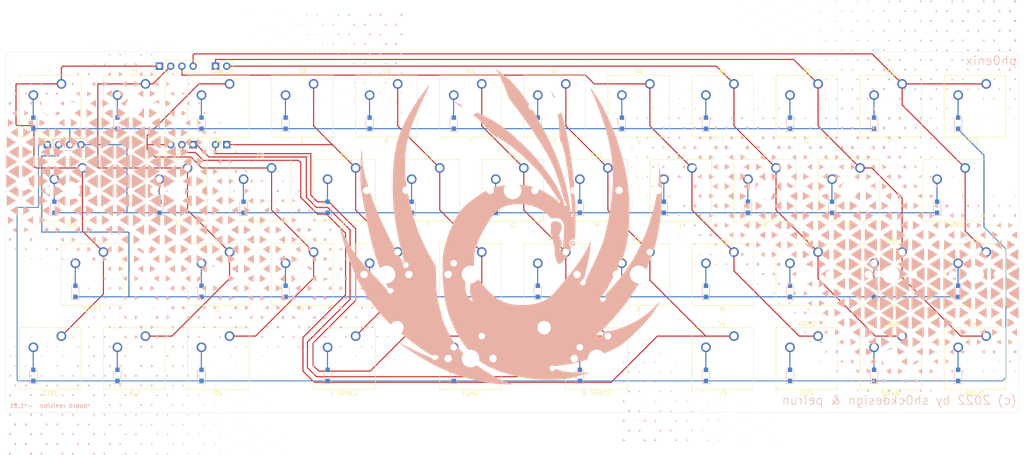
<source format=kicad_pcb>
(kicad_pcb (version 20211014) (generator pcbnew)
  (layers (0 "F.Cu" signal) (31 "B.Cu" signal) (34 "B.Paste" user) (35 "F.Paste" user) (36 "B.SilkS" user "B.Silkscreen") (37 "F.SilkS" user "F.Silkscreen") (38 "B.Mask" user) (39 "F.Mask" user) (44 "Edge.Cuts" user))
  (net 0 "")
  (net 1 "/Row_0")
  (net 2 "/Row_1")
  (net 3 "/Row_2")
  (net 4 "/Row_3")
  (net 5 "/Col_0")
  (net 6 "/Col_1")
  (net 7 "/Col_2")
  (net 8 "/Col_3")
  (net 9 "/Col_4")
  (net 10 "/Col_5")
  (net 11 "/Col_6")
  (net 12 "/Col_7")
  (net 13 "/Col_8")
  (net 14 "/Col_9")
  (net 15 "/Col_10")
  (net 16 "Net-(D0-Pad2)")
  (net 17 "Net-(D1-Pad2)")
  (net 18 "Net-(D2-Pad2)")
  (net 19 "Net-(D3-Pad2)")
  (net 20 "Net-(D4-Pad2)")
  (net 21 "Net-(D5-Pad2)")
  (net 22 "Net-(D6-Pad2)")
  (net 23 "Net-(D7-Pad2)")
  (net 24 "Net-(D8-Pad2)")
  (net 25 "Net-(D9-Pad2)")
  (net 26 "Net-(D10-Pad2)")
  (net 27 "Net-(D11-Pad2)")
  (net 28 "Net-(D12-Pad2)")
  (net 29 "Net-(D13-Pad2)")
  (net 30 "Net-(D14-Pad2)")
  (net 31 "Net-(D15-Pad2)")
  (net 32 "Net-(D16-Pad2)")
  (net 33 "Net-(D17-Pad2)")
  (net 34 "Net-(D18-Pad2)")
  (net 35 "Net-(D19-Pad2)")
  (net 36 "Net-(D20-Pad2)")
  (net 37 "Net-(D21-Pad2)")
  (net 38 "Net-(D22-Pad2)")
  (net 39 "Net-(D23-Pad2)")
  (net 40 "Net-(D24-Pad2)")
  (net 41 "Net-(D25-Pad2)")
  (net 42 "Net-(D26-Pad2)")
  (net 43 "Net-(D27-Pad2)")
  (net 44 "Net-(D28-Pad2)")
  (net 45 "Net-(D29-Pad2)")
  (net 46 "Net-(D30-Pad2)")
  (net 47 "Net-(D31-Pad2)")
  (net 48 "Net-(D32-Pad2)")
  (net 49 "Net-(D33-Pad2)")
  (net 50 "Net-(D34-Pad2)")
  (net 51 "Net-(D35-Pad2)")
  (net 52 "Net-(D36-Pad2)")
  (net 53 "Net-(D37-Pad2)")
  (net 54 "Net-(D38-Pad2)")
  (net 55 "Net-(D39-Pad2)")
  (net 56 "Net-(D40-Pad2)")
  (net 57 "Net-(D41-Pad2)")
  (net 58 "Net-(D42-Pad2)")
  (net 59 "Net-(D43-Pad2)")
  (footprint "Button_Switch_Keyboard:SW_Cherry_MX_1.00u_PCB" (layer "F.Cu") (at 109.855 119.84)
    (fp_text reference "`~")
    (fp_text value "KEYSW")
  )
  (footprint "MountingHole:MountingHole_3.2mm_M3_DIN965" (layer "F.Cu") (at 101.092 142.494)
    (fp_text reference "H2" hide)
    (fp_text value "MountingHole")
  )
  (footprint "MountingHole:MountingHole_3.2mm_M3_DIN965" (layer "F.Cu") (at 322.834 142.24)
    (fp_text reference "H1" hide)
    (fp_text value "MountingHole")
  )
  (footprint "Button_Switch_Keyboard:SW_Cherry_MX_1.00u_PCB" (layer "F.Cu") (at 128.905 119.84)
    (fp_text reference "1!")
    (fp_text value "KEYSW")
  )
  (footprint "Connector_PinHeader_2.54mm:PinHeader_1x02_P2.54mm_Vertical" (layer "F.Cu") (at 144.78 115.824 90)
    (fp_text reference "REF**" hide)
    (fp_text value "PinHeader_1x02_P2.54mm_Vertical" hide)
  )
  (footprint "Button_Switch_Keyboard:SW_Cherry_MX_1.00u_PCB" (layer "F.Cu") (at 319.405 119.84)
    (fp_text reference "DEL")
    (fp_text value "KEYSW")
  )
  (footprint "Button_Switch_Keyboard:SW_Cherry_MX_1.00u_PCB" (layer "F.Cu") (at 195.58 138.89)
    (fp_text reference "F7")
    (fp_text value "KEYSW")
  )
  (footprint "Button_Switch_Keyboard:SW_Cherry_MX_1.00u_PCB" (layer "F.Cu") (at 252.73 138.89)
    (fp_text reference "J")
    (fp_text value "KEYSW")
  )
  (footprint "Button_Switch_Keyboard:SW_Cherry_MX_1.00u_PCB" (layer "F.Cu") (at 300.355 157.94)
    (fp_text reference "UP")
    (fp_text value "KEYSW")
  )
  (footprint "Button_Switch_Keyboard:SW_Cherry_MX_1.00u_PCB" (layer "F.Cu") (at 300.355 119.84)
    (fp_text reference "0)")
    (fp_text value "KEYSW")
  )
  (footprint "Button_Switch_Keyboard:SW_Cherry_MX_1.00u_PCB" (layer "F.Cu") (at 186.055 119.84)
    (fp_text reference "4$")
    (fp_text value "KEYSW")
  )
  (footprint "Button_Switch_Keyboard:SW_Cherry_MX_1.00u_PCB" (layer "F.Cu") (at 262.255 157.94)
    (fp_text reference "M")
    (fp_text value "KEYSW")
  )
  (footprint "Button_Switch_Keyboard:SW_Cherry_MX_1.00u_PCB" (layer "F.Cu") (at 205.105 157.94)
    (fp_text reference "F8")
    (fp_text value "KEYSW")
  )
  (footprint "Button_Switch_Keyboard:SW_Cherry_MX_1.00u_PCB" (layer "F.Cu") (at 271.78 138.89)
    (fp_text reference "K")
    (fp_text value "KEYSW")
  )
  (footprint "Button_Switch_Keyboard:SW_Cherry_MX_2.00u_PCB" (layer "F.Cu") (at 233.68 176.99)
    (fp_text reference "R SPACE")
    (fp_text value "KEYSW")
  )
  (footprint "Button_Switch_Keyboard:SW_Cherry_MX_1.00u_PCB" (layer "F.Cu") (at 281.305 119.84)
    (fp_text reference "9(")
    (fp_text value "KEYSW")
  )
  (footprint "Button_Switch_Keyboard:SW_Cherry_MX_1.00u_PCB" (layer "F.Cu") (at 233.68 138.89)
    (fp_text reference "F11")
    (fp_text value "KEYSW")
  )
  (footprint "Button_Switch_Keyboard:SW_Cherry_MX_1.00u_PCB" (layer "F.Cu") (at 176.53 138.89)
    (fp_text reference "F5")
    (fp_text value "KEYSW")
  )
  (footprint "Button_Switch_Keyboard:SW_Cherry_MX_1.00u_PCB" (layer "F.Cu") (at 138.43 138.89)
    (fp_text reference "F1")
    (fp_text value "KEYSW")
  )
  (footprint "Connector_PinHeader_2.54mm:PinHeader_1x04_P2.54mm_Vertical" (layer "F.Cu") (at 132.08 115.824 90)
    (fp_text reference "REF**" hide)
    (fp_text value "PinHeader_1x04_P2.54mm_Vertical" hide)
  )
  (footprint "Button_Switch_Keyboard:SW_Cherry_MX_1.50u_PCB" (layer "F.Cu") (at 114.6175 138.89)
    (fp_text reference "TAB")
    (fp_text value "KEYSW")
  )
  (footprint "Button_Switch_Keyboard:SW_Cherry_MX_1.00u_PCB" (layer "F.Cu") (at 186.055 157.94)
    (fp_text reference "F6")
    (fp_text value "KEYSW")
  )
  (footprint "Button_Switch_Keyboard:SW_Cherry_MX_1.00u_PCB" (layer "F.Cu") (at 281.305 176.99)
    (fp_text reference "LEFT")
    (fp_text value "KEYSW")
  )
  (footprint "Button_Switch_Keyboard:SW_Cherry_MX_1.00u_PCB" (layer "F.Cu") (at 147.955 119.84)
    (fp_text reference "2@")
    (fp_text value "KEYSW")
  )
  (footprint "Button_Switch_Keyboard:SW_Cherry_MX_1.00u_PCB" (layer "F.Cu") (at 167.005 119.84)
    (fp_text reference "3#")
    (fp_text value "KEYSW")
  )
  (footprint "Button_Switch_Keyboard:SW_Cherry_MX_1.00u_PCB" (layer "F.Cu") (at 214.63 138.89)
    (fp_text reference "F9")
    (fp_text value "KEYSW")
  )
  (footprint "Button_Switch_Keyboard:SW_Cherry_MX_1.00u_PCB" (layer "F.Cu") (at 147.955 157.94)
    (fp_text reference "F2")
    (fp_text value "KEYSW")
  )
  (footprint "Button_Switch_Keyboard:SW_Cherry_MX_1.00u_PCB" (layer "F.Cu") (at 290.83 138.89)
    (fp_text reference "L")
    (fp_text value "KEYSW")
  )
  (footprint "Button_Switch_Keyboard:SW_Cherry_MX_1.00u_PCB" (layer "F.Cu") (at 157.48 138.89)
    (fp_text reference "F3")
    (fp_text value "KEYSW")
  )
  (footprint "Button_Switch_Keyboard:SW_Cherry_MX_2.00u_PCB" (layer "F.Cu") (at 119.38 157.94)
    (fp_text reference "SHIFT")
    (fp_text value "KEYSW")
  )
  (footprint "Connector_PinHeader_2.54mm:PinHeader_1x03_P2.54mm_Vertical" (layer "F.Cu") (at 139.7 133.604 -90)
    (fp_text reference "REF**" hide)
    (fp_text value "PinHeader_1x03_P2.54mm_Vertical" hide)
  )
  (footprint "Button_Switch_Keyboard:SW_Cherry_MX_1.00u_PCB" (layer "F.Cu") (at 243.205 119.84)
    (fp_text reference "7&")
    (fp_text value "KEYSW")
  )
  (footprint "Button_Switch_Keyboard:SW_Cherry_MX_1.00u_PCB" (layer "F.Cu") (at 224.155 157.94)
    (fp_text reference "F10")
    (fp_text value "KEYSW")
  )
  (footprint "Button_Switch_Keyboard:SW_Cherry_MX_1.00u_PCB" (layer "F.Cu") (at 319.405 176.99)
    (fp_text reference "RIGHT")
    (fp_text value "KEYSW")
  )
  (footprint "Button_Switch_Keyboard:SW_Cherry_MX_1.00u_PCB" (layer "F.Cu") (at 262.255 119.84)
    (fp_text reference "8*")
    (fp_text value "KEYSW")
  )
  (footprint "Button_Switch_Keyboard:SW_Cherry_MX_1.00u_PCB" (layer "F.Cu") (at 319.405 157.94)
    (fp_text reference "]}")
    (fp_text value "KEYSW")
  )
  (footprint "Button_Switch_Keyboard:SW_Cherry_MX_1.00u_PCB" (layer "F.Cu") (at 205.105 119.84)
    (fp_text reference "5%")
    (fp_text value "KEYSW")
  )
  (footprint "Connector_PinHeader_2.54mm:PinHeader_1x02_P2.54mm_Vertical" (layer "F.Cu") (at 147.32 133.604 -90)
    (fp_text reference "REF**" hide)
    (fp_text value "PinHeader_1x02_P2.54mm_Vertical" hide)
  )
  (footprint "Button_Switch_Keyboard:SW_Cherry_MX_1.00u_PCB" (layer "F.Cu") (at 167.005 157.94)
    (fp_text reference "F4")
    (fp_text value "KEYSW")
  )
  (footprint "Button_Switch_Keyboard:SW_Cherry_MX_1.00u_PCB" (layer "F.Cu") (at 147.955 176.99)
    (fp_text reference "OS")
    (fp_text value "KEYSW")
  )
  (footprint "Button_Switch_Keyboard:SW_Cherry_MX_1.50u_PCB" (layer "F.Cu") (at 314.6425 138.89)
    (fp_text reference "ENTER")
    (fp_text value "KEYSW")
  )
  (footprint "Button_Switch_Keyboard:SW_Cherry_MX_1.00u_PCB" (layer "F.Cu") (at 243.205 157.94)
    (fp_text reference "F12")
    (fp_text value "KEYSW")
  )
  (footprint "Button_Switch_Keyboard:SW_Cherry_MX_1.00u_PCB" (layer "F.Cu") (at 281.305 157.94)
    (fp_text reference "[{")
    (fp_text value "KEYSW")
  )
  (footprint "Button_Switch_Keyboard:SW_Cherry_MX_1.00u_PCB" (layer "F.Cu") (at 205.105 176.99)
    (fp_text reference "FUNC")
    (fp_text value "KEYSW")
  )
  (footprint "Button_Switch_Keyboard:SW_Cherry_MX_1.00u_PCB" (layer "F.Cu") (at 262.255 176.99)
    (fp_text reference "\\|")
    (fp_text value "KEYSW")
  )
  (footprint "Button_Switch_Keyboard:SW_Cherry_MX_1.00u_PCB" (layer "F.Cu") (at 300.355 176.99)
    (fp_text reference "DOWN")
    (fp_text value "KEYSW")
  )
  (footprint "Button_Switch_Keyboard:SW_Cherry_MX_1.00u_PCB" (layer "F.Cu") (at 109.855 176.99)
    (fp_text reference "CTRL")
    (fp_text value "KEYSW")
  )
  (footprint "Button_Switch_Keyboard:SW_Cherry_MX_2.00u_PCB" (layer "F.Cu") (at 176.53 176.99)
    (fp_text reference "L SPACE")
    (fp_text value "KEYSW")
  )
  (footprint "Button_Switch_Keyboard:SW_Cherry_MX_1.00u_PCB" (layer "F.Cu") (at 128.905 176.99)
    (fp_text reference "ALT")
    (fp_text value "KEYSW")
  )
  (footprint "Button_Switch_Keyboard:SW_Cherry_MX_1.00u_PCB" (layer "F.Cu") (at 224.155 119.84)
    (fp_text reference "6^")
    (fp_text value "KEYSW")
  )
  (footprint "Diode_SMD:D_SOD-323_HandSoldering" (layer "B.Cu") (at 103.505 128.73 90)
    (fp_text reference locked "D0" hide)
    (fp_text value "D")
  )
  (footprint "Diode_SMD:D_SOD-323_HandSoldering" (layer "B.Cu") (at 208.28 147.78 90)
    (fp_text reference "D17" hide)
    (fp_text value "D")
  )
  (footprint "Graphics:Dither" (layer "B.Cu") (at 147.067227 153.939264)
    (fp_text reference "G***" hide)
    (fp_text value "LOGO" hide)
  )
  (footprint "Diode_SMD:D_SOD-323_HandSoldering" (layer "B.Cu") (at 141.605 128.73 90)
    (fp_text reference "D2" hide)
    (fp_text value "D")
  )
  (footprint "Diode_SMD:D_SOD-323_HandSoldering" (layer "B.Cu") (at 103.505 185.88 90)
    (fp_text reference locked "D34" hide)
    (fp_text value "D")
  )
  (footprint "Diode_SMD:D_SOD-323_HandSoldering" (layer "B.Cu") (at 274.955 166.83 90)
    (fp_text reference "D31" hide)
    (fp_text value "D")
  )
  (footprint "Diode_SMD:D_SOD-323_HandSoldering" (layer "B.Cu") (at 274.955 185.88 90)
    (fp_text reference "D41" hide)
    (fp_text value "D")
  )
  (footprint "Diode_SMD:D_SOD-323_HandSoldering" (layer "B.Cu") (at 227.33 185.88 90)
    (fp_text reference "D39" hide)
    (fp_text value "D")
  )
  (footprint "Diode_SMD:D_SOD-323_HandSoldering" (layer "B.Cu") (at 236.855 128.73 90)
    (fp_text reference "D7" hide)
    (fp_text value "D")
  )
  (footprint "Diode_SMD:D_SOD-323_HandSoldering" (layer "B.Cu") (at 122.555 185.88 90)
    (fp_text reference "D35" hide)
    (fp_text value "D")
  )
  (footprint "Graphics:Dither" (layer "B.Cu") (at 277.114 150.860737 180)
    (fp_text reference "G***" hide)
    (fp_text value "LOGO" hide)
  )
  (footprint "Diode_SMD:D_SOD-323_HandSoldering" (layer "B.Cu") (at 198.755 166.83 90)
    (fp_text reference "D27" hide)
    (fp_text value "D")
  )
  (footprint "Diode_SMD:D_SOD-323_HandSoldering" (layer "B.Cu") (at 284.48 147.78 90)
    (fp_text reference "D21" hide)
    (fp_text value "D")
  )
  (footprint "Diode_SMD:D_SOD-323_HandSoldering" (layer "B.Cu") (at 227.33 147.78 90)
    (fp_text reference "D18" hide)
    (fp_text value "D")
  )
  (footprint "Diode_SMD:D_SOD-323_HandSoldering" (layer "B.Cu") (at 255.905 185.88 90)
    (fp_text reference "D40" hide)
    (fp_text value "D")
  )
  (footprint "Diode_SMD:D_SOD-323_HandSoldering" (layer "B.Cu") (at 313.055 166.83 90)
    (fp_text reference "D33" hide)
    (fp_text value "D")
  )
  (footprint "Diode_SMD:D_SOD-323_HandSoldering" (layer "B.Cu") (at 170.18 185.88 90)
    (fp_text reference "D37" hide)
    (fp_text value "D")
  )
  (footprint "Diode_SMD:D_SOD-323_HandSoldering" (layer "B.Cu") (at 294.005 166.83 90)
    (fp_text reference "D32" hide)
    (fp_text value "D")
  )
  (footprint "Diode_SMD:D_SOD-323_HandSoldering" (layer "B.Cu") (at 198.755 128.73 90)
    (fp_text reference "D5" hide)
    (fp_text value "D")
  )
  (footprint "Diode_SMD:D_SOD-323_HandSoldering" (layer "B.Cu") (at 217.805 128.73 90)
    (fp_text reference "D6" hide)
    (fp_text value "D")
  )
  (footprint "Diode_SMD:D_SOD-323_HandSoldering" (layer "B.Cu") (at 236.855 166.83 90)
    (fp_text reference "D29" hide)
    (fp_text value "D")
  )
  (footprint "Diode_SMD:D_SOD-323_HandSoldering" (layer "B.Cu") (at 255.905 128.73 90)
    (fp_text reference "D8" hide)
    (fp_text value "D")
  )
  (footprint "Diode_SMD:D_SOD-323_HandSoldering" (layer "B.Cu") (at 294.005 128.73 90)
    (fp_text reference "D10" hide)
    (fp_text value "D")
  )
  (footprint "Diode_SMD:D_SOD-323_HandSoldering" (layer "B.Cu") (at 160.655 166.83 90)
    (fp_text reference "D25" hide)
    (fp_text value "D")
  )
  (footprint "Connector_PinHeader_2.54mm:PinHeader_1x04_P2.54mm_Vertical" (layer "B.Cu") (at 106.68 133.604 -90)
    (fp_text reference "REF**" hide)
    (fp_text value "PinHeader_1x04_P2.54mm_Vertical" hide)
  )
  (footprint "Diode_SMD:D_SOD-323_HandSoldering" (layer "B.Cu") (at 179.705 128.73 90)
    (fp_text reference "D4" hide)
    (fp_text value "D")
  )
  (footprint "Diode_SMD:D_SOD-323_HandSoldering" (layer "B.Cu") (at 294.005 185.88 90)
    (fp_text reference "D42" hide)
    (fp_text value "D")
  )
  (footprint "Diode_SMD:D_SOD-323_HandSoldering" (layer "B.Cu") (at 308.2925 147.78 90)
    (fp_text reference "D22" hide)
    (fp_text value "D")
  )
  (footprint "Diode_SMD:D_SOD-323_HandSoldering" (layer "B.Cu") (at 108.2675 147.78 90)
    (fp_text reference "D12" hide)
    (fp_text value "D")
  )
  (footprint "Diode_SMD:D_SOD-323_HandSoldering" (layer "B.Cu") (at 217.805 166.83 90)
    (fp_text reference "D28" hide)
    (fp_text value "D")
  )
  (footprint "Diode_SMD:D_SOD-323_HandSoldering" (layer "B.Cu") (at 160.655 128.73 90)
    (fp_text reference "D3" hide)
    (fp_text value "D")
  )
  (footprint "Diode_SMD:D_SOD-323_HandSoldering" (layer "B.Cu") (at 151.13 147.78 90)
    (fp_text reference "D14" hide)
    (fp_text value "D")
  )
  (footprint "Diode_SMD:D_SOD-323_HandSoldering" (layer "B.Cu") (at 274.955 128.73 90)
    (fp_text reference "D9" hide)
    (fp_text value "D")
  )
  (footprint "Diode_SMD:D_SOD-323_HandSoldering" (layer "B.Cu") (at 170.18 147.78 90)
    (fp_text reference "D15" hide)
    (fp_text value "D")
  )
  (footprint "Graphics:ph0enix" (layer "B.Cu") (at 209.296 152.146 180)
    (fp_text reference "G***" hide)
    (fp_text value "LOGO" hide)
  )
  (footprint "Diode_SMD:D_SOD-323_HandSoldering" (layer "B.Cu") (at 132.08 147.78 90)
    (fp_text reference "D13" hide)
    (fp_text value "D")
  )
  (footprint "Diode_SMD:D_SOD-323_HandSoldering" (layer "B.Cu") (at 255.905 166.83 90)
    (fp_text reference "D30" hide)
    (fp_text value "D")
  )
  (footprint "Diode_SMD:D_SOD-323_HandSoldering" (layer "B.Cu") (at 179.705 166.83 90)
    (fp_text reference "D26" hide)
    (fp_text value "D")
  )
  (footprint "Diode_SMD:D_SOD-323_HandSoldering" (layer "B.Cu") (at 113.03 166.83 90)
    (fp_text reference "D23" hide)
    (fp_text value "D")
  )
  (footprint "Diode_SMD:D_SOD-323_HandSoldering" (layer "B.Cu") (at 265.43 147.78 90)
    (fp_text reference "D20" hide)
    (fp_text value "D")
  )
  (footprint "Diode_SMD:D_SOD-323_HandSoldering" (layer "B.Cu") (at 246.38 147.78 90)
    (fp_text reference "D19" hide)
    (fp_text value "D")
  )
  (footprint "Diode_SMD:D_SOD-323_HandSoldering" (layer "B.Cu") (at 313.055 128.73 90)
    (fp_text reference "D11" hide)
    (fp_text value "D")
  )
  (footprint "Diode_SMD:D_SOD-323_HandSoldering" (layer "B.Cu") (at 313.055 185.88 90)
    (fp_text reference "D43" hide)
    (fp_text value "D")
  )
  (footprint "Diode_SMD:D_SOD-323_HandSoldering" (layer "B.Cu") (at 189.23 147.78 90)
    (fp_text reference "D16" hide)
    (fp_text value "D")
  )
  (footprint "Diode_SMD:D_SOD-323_HandSoldering" (layer "B.Cu") (at 141.605 166.83 90)
    (fp_text reference "D24" hide)
    (fp_text value "D")
  )
  (footprint "Diode_SMD:D_SOD-323_HandSoldering" (layer "B.Cu") (at 122.555 128.73 90)
    (fp_text reference "D1" hide)
    (fp_text value "D")
  )
  (footprint "Diode_SMD:D_SOD-323_HandSoldering" (layer "B.Cu") (at 141.605 185.88 90)
    (fp_text reference "D36" hide)
    (fp_text value "D")
  )
  (footprint "Diode_SMD:D_SOD-323_HandSoldering" (layer "B.Cu") (at 198.755 185.88 90)
    (fp_text reference "D38" hide)
    (fp_text value "D")
  )
  (gr_line (start 97.282 113.538) (end 97.282 193.294) (layer "Edge.Cuts") (width 0.05))
  (gr_arc (start 97.282 113.538) (mid 97.57958 112.81958) (end 98.298 112.522) (layer "Edge.Cuts") (width 0.05))
  (gr_arc (start 325.882 112.522) (mid 326.60042 112.81958) (end 326.898 113.538) (layer "Edge.Cuts") (width 0.05))
  (gr_line (start 98.298 112.522) (end 325.882 112.522) (layer "Edge.Cuts") (width 0.05))
  (gr_line (start 326.898 113.538) (end 326.898 193.294) (layer "Edge.Cuts") (width 0.05))
  (gr_line (start 325.882 194.31) (end 98.298 194.31) (layer "Edge.Cuts") (width 0.05))
  (gr_arc (start 326.898 193.294) (mid 326.60042 194.01242) (end 325.882 194.31) (layer "Edge.Cuts") (width 0.05))
  (gr_arc (start 98.298 194.31) (mid 97.57958 194.01242) (end 97.282 193.294) (layer "Edge.Cuts") (width 0.05))
  (gr_text "board revision  - 1.01" (at 106.934 192.786) (layer "B.SilkS") (effects (font (size 1 1)) (justify mirror)))
  (gr_text "ph0enix" (at 320.548 114.554) (layer "B.SilkS") (effects (font (size 2 2)) (justify mirror)))
  (gr_text "(c) 2022 by sh0ckdesign & pelrun" (at 299.72 191.516) (layer "B.SilkS") (effects (font (size 2 2)) (justify mirror)))
  (gr_text "-_" (at 250.19 135.636) (layer "F.SilkS") (effects (font (size 1 1))))
  (gr_text "PGDN" (at 297.942 174.244) (layer "F.SilkS") (effects (font (size 1 1))))
  (gr_text "'{dblquote}" (at 288.29 136.144) (layer "F.SilkS") (effects (font (size 1 1))))
  (gr_text "END" (at 316.992 174.244) (layer "F.SilkS") (effects (font (size 1 1))))
  (gr_text "ESC" (at 107.3 132.83) (layer "F.SilkS") (effects (font (size 1 1))))
  (gr_text "G" (at 212.13 151.88) (layer "F.SilkS") (effects (font (size 1 1))))
  (gr_text "HOME" (at 278.892 174.244) (layer "F.SilkS") (effects (font (size 1 1))))
  (gr_text "Q" (at 126.17 132.76) (layer "F.SilkS") (effects (font (size 1 1))))
  (gr_text "N" (at 240.57 170.94) (layer "F.SilkS") (effects (font (size 1 1))))
  (gr_text ";:" (at 269.24 135.89) (layer "F.SilkS") (effects (font (size 1 1))))
  (gr_text "Y" (at 221.61 132.85) (layer "F.SilkS") (effects (font (size 1 1))))
  (gr_text "B" (at 221.59 170.94) (layer "F.SilkS") (effects (font (size 1 1))))
  (gr_text "S" (at 154.91 151.88) (layer "F.SilkS") (effects (font (size 1 1))))
  (gr_text "H" (at 231.12 151.81) (layer "F.SilkS") (effects (font (size 1 1))))
  (gr_text ",<" (at 278.82 170.87) (layer "F.SilkS") (effects (font (size 1 1))))
  (gr_text "W" (at 145.34 132.76) (layer "F.SilkS") (effects (font (size 1 1))))
  (gr_text "A" (at 135.95 151.81) (layer "F.SilkS") (effects (font (size 1 1))))
  (gr_text "E" (at 164.42 132.76) (layer "F.SilkS") (effects (font (size 1 1))))
  (gr_text "PGUP" (at 297.942 155.194) (layer "F.SilkS") (effects (font (size 1 1))))
  (gr_text "X" (at 164.43 170.87) (layer "F.SilkS") (effects (font (size 1 1))))
  (gr_text "T" (at 202.49 132.83) (layer "F.SilkS") (effects (font (size 1 1))))
  (gr_text "Z" (at 145.45 170.94) (layer "F.SilkS") (effects (font (size 1 1))))
  (gr_text "F" (at 193.08 151.88) (layer "F.SilkS") (effects (font (size 1 1))))
  (gr_text ".>" (at 316.86 170.73) (layer "F.SilkS") (effects (font (size 1 1))))
  (gr_text "U" (at 240.64 132.85) (layer "F.SilkS") (effects (font (size 1 1))))
  (gr_text "P" (at 297.69 132.83) (layer "F.SilkS") (effects (font (size 1 1))))
  (gr_text "/?" (at 259.842 189.992) (layer "F.SilkS") (effects (font (size 1 1))))
  (gr_text "C" (at 183.42 170.87) (layer "F.SilkS") (effects (font (size 1 1))))
  (gr_text "V" (at 202.47 170.94) (layer "F.SilkS") (effects (font (size 1 1))))
  (gr_text "=+" (at 259.842 155.194) (layer "F.SilkS") (effects (font (size 1 1))))
  (gr_text "R" (at 183.51 132.76) (layer "F.SilkS") (effects (font (size 1 1))))
  (gr_text "I" (at 259.76 132.76) (layer "F.SilkS") (effects (font (size 1 1))))
  (gr_text "D" (at 173.96 151.88) (layer "F.SilkS") (effects (font (size 1 1))))
  (gr_text "O" (at 278.71 132.76) (layer "F.SilkS") (effects (font (size 1 1))))
  (segment (start 160.655 129.98) (end 141.605 129.98) (width 0.25) (layer "B.Cu") (net 1))
  (segment (start 236.855 129.98) (end 217.805 129.98) (width 0.25) (layer "B.Cu") (net 1))
  (segment (start 198.755 129.98) (end 179.705 129.98) (width 0.25) (layer "B.Cu") (net 1))
  (segment (start 217.805 129.98) (end 198.755 129.98) (width 0.25) (layer "B.Cu") (net 1))
  (segment (start 255.905 129.98) (end 236.855 129.98) (width 0.25) (layer "B.Cu") (net 1))
  (segment (start 111.76 133.604) (end 111.76 130.048) (width 0.25) (layer "B.Cu") (net 1))
  (segment (start 111.692 129.98) (end 103.505 129.98) (width 0.25) (layer "B.Cu") (net 1))
  (segment (start 294.005 129.98) (end 274.955 129.98) (width 0.25) (layer "B.Cu") (net 1))
  (segment (start 179.705 129.98) (end 160.655 129.98) (width 0.25) (layer "B.Cu") (net 1))
  (segment (start 122.555 129.98) (end 111.692 129.98) (width 0.25) (layer "B.Cu") (net 1))
  (segment (start 141.605 129.98) (end 122.555 129.98) (width 0.25) (layer "B.Cu") (net 1))
  (segment (start 111.76 130.048) (end 111.692 129.98) (width 0.25) (layer "B.Cu") (net 1))
  (segment (start 274.955 129.98) (end 255.905 129.98) (width 0.25) (layer "B.Cu") (net 1))
  (segment (start 114.3 133.604) (end 124.46 133.604) (width 0.25) (layer "B.Cu") (net 2))
  (segment (start 284.48 149.03) (end 265.43 149.03) (width 0.25) (layer "B.Cu") (net 2))
  (segment (start 132.08 149.03) (end 124.782 149.03) (width 0.25) (layer "B.Cu") (net 2))
  (segment (start 124.46 133.604) (end 124.714 133.858) (width 0.25) (layer "B.Cu") (net 2))
  (segment (start 170.18 149.03) (end 151.13 149.03) (width 0.25) (layer "B.Cu") (net 2))
  (segment (start 151.13 149.03) (end 132.08 149.03) (width 0.25) (layer "B.Cu") (net 2))
  (segment (start 208.28 149.03) (end 189.23 149.03) (width 0.25) (layer "B.Cu") (net 2))
  (segment (start 124.714 148.962) (end 124.782 149.03) (width 0.25) (layer "B.Cu") (net 2))
  (segment (start 227.33 149.03) (end 208.28 149.03) (width 0.25) (layer "B.Cu") (net 2))
  (segment (start 189.23 149.03) (end 170.18 149.03) (width 0.25) (layer "B.Cu") (net 2))
  (segment (start 265.43 149.03) (end 246.38 149.03) (width 0.25) (layer "B.Cu") (net 2))
  (segment (start 124.714 133.858) (end 124.714 148.962) (width 0.25) (layer "B.Cu") (net 2))
  (segment (start 124.782 149.03) (end 108.2675 149.03) (width 0.25) (layer "B.Cu") (net 2))
  (segment (start 246.38 149.03) (end 227.33 149.03) (width 0.25) (layer "B.Cu") (net 2))
  (segment (start 308.2925 149.03) (end 284.48 149.03) (width 0.25) (layer "B.Cu") (net 2))
  (segment (start 274.955 168.08) (end 255.905 168.08) (width 0.25) (layer "B.Cu") (net 3))
  (segment (start 105.41 153.416) (end 105.41 136.144) (width 0.25) (layer "B.Cu") (net 3))
  (segment (start 313.055 168.08) (end 294.005 168.08) (width 0.25) (layer "B.Cu") (net 3))
  (segment (start 125.154 168.08) (end 125.154 153.602) (width 0.25) (layer "B.Cu") (net 3))
  (segment (start 294.005 168.08) (end 274.955 168.08) (width 0.25) (layer "B.Cu") (net 3))
  (segment (start 125.154 168.08) (end 113.03 168.08) (width 0.25) (layer "B.Cu") (net 3))
  (segment (start 217.805 168.08) (end 198.755 168.08) (width 0.25) (layer "B.Cu") (net 3))
  (segment (start 141.605 168.08) (end 125.154 168.08) (width 0.25) (layer "B.Cu") (net 3))
  (segment (start 236.855 168.08) (end 217.805 168.08) (width 0.25) (layer "B.Cu") (net 3))
  (segment (start 179.705 168.08) (end 160.655 168.08) (width 0.25) (layer "B.Cu") (net 3))
  (segment (start 198.755 168.08) (end 179.705 168.08) (width 0.25) (layer "B.Cu") (net 3))
  (segment (start 125.154 153.602) (end 124.968 153.416) (width 0.25) (layer "B.Cu") (net 3))
  (segment (start 255.905 168.08) (end 236.855 168.08) (width 0.25) (layer "B.Cu") (net 3))
  (segment (start 160.655 168.08) (end 141.605 168.08) (width 0.25) (layer "B.Cu") (net 3))
  (segment (start 109.22 136.144) (end 109.22 133.604) (width 0.25) (layer "B.Cu") (net 3))
  (segment (start 124.968 153.416) (end 105.41 153.416) (width 0.25) (layer "B.Cu") (net 3))
  (segment (start 105.41 136.144) (end 109.22 136.144) (width 0.25) (layer "B.Cu") (net 3))
  (segment (start 294.005 187.13) (end 313.055 187.13) (width 0.2) (layer "B.Cu") (net 4))
  (segment (start 100.008 187.13) (end 103.505 187.13) (width 0.2) (layer "B.Cu") (net 4))
  (segment (start 323.85 157.226) (end 318.897 152.273) (width 0.2) (layer "B.Cu") (net 4))
  (segment (start 318.897 136.017) (end 318.897 152.247958) (width 0.25) (layer "B.Cu") (net 4))
  (segment (start 104.648 133.604) (end 106.68 133.604) (width 0.2) (layer "B.Cu") (net 4))
  (segment (start 323.156 187.13) (end 323.85 186.436) (width 0.2) (layer "B.Cu") (net 4))
  (segment (start 103.505 187.13) (end 122.555 187.13) (width 0.2) (layer "B.Cu") (net 4))
  (segment (start 313.055 187.13) (end 323.156 187.13) (width 0.2) (layer "B.Cu") (net 4))
  (segment (start 99.822 147.828) (end 99.822 186.944) (width 0.2) (layer "B.Cu") (net 4))
  (segment (start 198.755 187.13) (end 227.33 187.13) (width 0.2) (layer "B.Cu") (net 4))
  (segment (start 104.648 147.828) (end 99.822 147.828) (width 0.2) (layer "B.Cu") (net 4))
  (segment (start 99.822 186.944) (end 100.008 187.13) (width 0.2) (layer "B.Cu") (net 4))
  (segment (start 274.955 187.13) (end 294.005 187.13) (width 0.2) (layer "B.Cu") (net 4))
  (segment (start 323.85 186.436) (end 323.85 157.226) (width 0.2) (layer "B.Cu") (net 4))
  (segment (start 227.33 187.13) (end 255.905 187.13) (width 0.2) (layer "B.Cu") (net 4))
  (segment (start 141.605 187.13) (end 170.18 187.13) (width 0.2) (layer "B.Cu") (net 4))
  (segment (start 313.055 129.98) (end 313.055 130.175) (width 0.25) (layer "B.Cu") (net 4))
  (segment (start 255.905 187.13) (end 274.955 187.13) (width 0.2) (layer "B.Cu") (net 4))
  (segment (start 318.897 152.273) (end 318.897 152.247958) (width 0.2) (layer "B.Cu") (net 4))
  (segment (start 122.555 187.13) (end 141.605 187.13) (width 0.2) (layer "B.Cu") (net 4))
  (segment (start 313.055 130.175) (end 318.897 136.017) (width 0.25) (layer "B.Cu") (net 4))
  (segment (start 104.648 133.604) (end 104.648 147.828) (width 0.2) (layer "B.Cu") (net 4))
  (segment (start 170.18 187.13) (end 198.755 187.13) (width 0.2) (layer "B.Cu") (net 4))
  (segment (start 109.855 116.205) (end 109.855 119.84) (width 0.25) (layer "F.Cu") (net 5))
  (segment (start 132.08 115.824) (end 110.236 115.824) (width 0.25) (layer "F.Cu") (net 5))
  (segment (start 114.6175 138.89) (end 104.092 138.89) (width 0.25) (layer "F.Cu") (net 5))
  (segment (start 114.6175 138.89) (end 114.6175 153.1775) (width 0.25) (layer "F.Cu") (net 5))
  (segment (start 104.092 138.89) (end 103.632 138.43) (width 0.25) (layer "F.Cu") (net 5))
  (segment (start 114.6175 153.1775) (end 119.38 157.94) (width 0.25) (layer "F.Cu") (net 5))
  (segment (start 99.568 119.888) (end 99.616 119.84) (width 0.25) (layer "F.Cu") (net 5))
  (segment (start 119.38 167.465) (end 109.855 176.99) (width 0.25) (layer "F.Cu") (net 5))
  (segment (start 119.38 157.94) (end 119.38 167.465) (width 0.25) (layer "F.Cu") (net 5))
  (segment (start 99.568 129.032) (end 99.568 119.888) (width 0.25) (layer "F.Cu") (net 5))
  (segment (start 99.616 119.84) (end 109.855 119.84) (width 0.25) (layer "F.Cu") (net 5))
  (segment (start 103.632 138.43) (end 103.632 129.286) (width 0.25) (layer "F.Cu") (net 5))
  (segment (start 99.822 129.286) (end 99.568 129.032) (width 0.25) (layer "F.Cu") (net 5))
  (segment (start 103.632 129.286) (end 99.822 129.286) (width 0.25) (layer "F.Cu") (net 5))
  (segment (start 110.236 115.824) (end 109.855 116.205) (width 0.25) (layer "F.Cu") (net 5))
  (segment (start 147.955 157.94) (end 147.955 163.957) (width 0.25) (layer "F.Cu") (net 6))
  (segment (start 128.905 119.84) (end 130.604 119.84) (width 0.25) (layer "F.Cu") (net 6))
  (segment (start 147.955 163.957) (end 134.922 176.99) (width 0.25) (layer "F.Cu") (net 6))
  (segment (start 118.158 119.84) (end 118.11 119.888) (width 0.25) (layer "F.Cu") (net 6))
  (segment (start 128.905 119.84) (end 118.158 119.84) (width 0.25) (layer "F.Cu") (net 6))
  (segment (start 130.604 119.84) (end 134.62 115.824) (width 0.25) (layer "F.Cu") (net 6))
  (segment (start 118.364 138.938) (end 118.412 138.89) (width 0.25) (layer "F.Cu") (net 6))
  (segment (start 118.11 119.888) (end 118.11 138.684) (width 0.25) (layer "F.Cu") (net 6))
  (segment (start 134.922 176.99) (end 128.905 176.99) (width 0.25) (layer "F.Cu") (net 6))
  (segment (start 138.43 138.89) (end 138.43 148.415) (width 0.25) (layer "F.Cu") (net 6))
  (segment (start 118.11 138.684) (end 118.364 138.938) (width 0.25) (layer "F.Cu") (net 6))
  (segment (start 138.43 148.415) (end 147.955 157.94) (width 0.25) (layer "F.Cu") (net 6))
  (segment (start 118.412 138.89) (end 138.43 138.89) (width 0.25) (layer "F.Cu") (net 6))
  (segment (start 167.005 157.94) (end 167.005 163.838081) (width 0.25) (layer "F.Cu") (net 7))
  (segment (start 129.286 131.572) (end 141.018 119.84) (width 0.25) (layer "F.Cu") (net 7))
  (segment (start 131.064 136.398) (end 129.286 134.62) (width 0.25) (layer "F.Cu") (net 7))
  (segment (start 141.684 138.89) (end 139.192 136.398) (width 0.25) (layer "F.Cu") (net 7))
  (segment (start 134.62 133.604) (end 129.286 133.604) (width 0.25) (layer "F.Cu") (net 7))
  (segment (start 157.48 148.415) (end 167.005 157.94) (width 0.25) (layer "F.Cu") (net 7))
  (segment (start 157.48 138.89) (end 141.684 138.89) (width 0.25) (layer "F.Cu") (net 7))
  (segment (start 153.853081 176.99) (end 147.955 176.99) (width 0.25) (layer "F.Cu") (net 7))
  (segment (start 157.48 138.89) (end 157.48 148.415) (width 0.25) (layer "F.Cu") (net 7))
  (segment (start 129.286 133.604) (end 129.286 131.572) (width 0.25) (layer "F.Cu") (net 7))
  (segment (start 141.018 119.84) (end 147.955 119.84) (width 0.25) (layer "F.Cu") (net 7))
  (segment (start 139.192 136.398) (end 131.064 136.398) (width 0.25) (layer "F.Cu") (net 7))
  (segment (start 167.005 163.838081) (end 153.853081 176.99) (width 0.25) (layer "F.Cu") (net 7))
  (segment (start 129.286 134.62) (end 129.286 133.604) (width 0.25) (layer "F.Cu") (net 7))
  (segment (start 176.53 148.415) (end 186.055 157.94) (width 0.25) (layer "F.Cu") (net 8))
  (segment (start 186.055 167.465) (end 176.53 176.99) (width 0.25) (layer "F.Cu") (net 8))
  (segment (start 167.005 119.84) (end 167.005 129.365) (width 0.25) (layer "F.Cu") (net 8))
  (segment (start 167.005 129.365) (end 171.347 133.707) (width 0.25) (layer "F.Cu") (net 8))
  (segment (start 186.055 157.94) (end 186.055 167.465) (width 0.25) (layer "F.Cu") (net 8))
  (segment (start 147.32 133.604) (end 171.244 133.604) (width 0.25) (layer "F.Cu") (net 8))
  (segment (start 171.347 133.707) (end 176.53 138.89) (width 0.25) (layer "F.Cu") (net 8))
  (segment (start 171.244 133.604) (end 171.347 133.707) (width 0.25) (layer "F.Cu") (net 8))
  (segment (start 176.53 138.89) (end 176.53 148.415) (width 0.25) (layer "F.Cu") (net 8))
  (segment (start 186.055 119.84) (end 186.055 129.365) (width 0.25) (layer "F.Cu") (net 9))
  (segment (start 187.754 176.99) (end 205.105 176.99) (width 0.25) (layer "F.Cu") (net 9))
  (segment (start 176.53 152.654) (end 176.53 168.91) (width 0.25) (layer "F.Cu") (net 9))
  (segment (start 168.148 184.912) (end 179.832 184.912) (width 0.25) (layer "F.Cu") (net 9))
  (segment (start 166.37 145.034) (end 167.894 146.558) (width 0.25) (layer "F.Cu") (net 9))
  (segment (start 186.055 129.365) (end 195.58 138.89) (width 0.25) (layer "F.Cu") (net 9))
  (segment (start 166.878 178.562) (end 166.878 183.642) (width 0.25) (layer "F.Cu") (net 9))
  (segment (start 176.53 168.91) (end 166.878 178.562) (width 0.25) (layer "F.Cu") (net 9))
  (segment (start 144.78 133.604) (end 144.78 135.636) (width 0.25) (layer "F.Cu") (net 9))
  (segment (start 166.878 183.642) (end 168.148 184.912) (width 0.25) (layer "F.Cu") (net 9))
  (segment (start 166.37 135.636) (end 166.37 145.034) (width 0.25) (layer "F.Cu") (net 9))
  (segment (start 144.78 135.636) (end 166.37 135.636) (width 0.25) (layer "F.Cu") (net 9))
  (segment (start 195.58 148.415) (end 205.105 157.94) (width 0.25) (layer "F.Cu") (net 9))
  (segment (start 167.894 146.558) (end 170.434 146.558) (width 0.25) (layer "F.Cu") (net 9))
  (segment (start 170.434 146.558) (end 176.53 152.654) (width 0.25) (layer "F.Cu") (net 9))
  (segment (start 205.105 157.94) (end 205.105 176.99) (width 0.25) (layer "F.Cu") (net 9))
  (segment (start 179.832 184.912) (end 187.754 176.99) (width 0.25) (layer "F.Cu") (net 9))
  (segment (start 195.58 138.89) (end 195.58 148.415) (width 0.25) (layer "F.Cu") (net 9))
  (segment (start 224.155 157.94) (end 224.155 167.465) (width 0.25) (layer "F.Cu") (net 10))
  (segment (start 214.63 138.89) (end 214.63 148.415) (width 0.25) (layer "F.Cu") (net 10))
  (segment (start 222.298 176.99) (end 233.68 176.99) (width 0.25) (layer "F.Cu") (net 10))
  (segment (start 140.462 133.604) (end 143.256 136.398) (width 0.25) (layer "F.Cu") (net 10))
  (segment (start 165.608 184.15) (end 167.64 186.182) (width 0.25) (layer "F.Cu") (net 10))
  (segment (start 175.26 152.908) (end 175.26 168.656) (width 0.25) (layer "F.Cu") (net 10))
  (segment (start 170.18 147.828) (end 175.26 152.908) (width 0.25) (layer "F.Cu") (net 10))
  (segment (start 213.106 186.182) (end 222.298 176.99) (width 0.25) (layer "F.Cu") (net 10))
  (segment (start 175.26 168.656) (end 165.608 178.308) (width 0.25) (layer "F.Cu") (net 10))
  (segment (start 165.354 145.542) (end 167.64 147.828) (width 0.25) (layer "F.Cu") (net 10))
  (segment (start 167.64 147.828) (end 170.18 147.828) (width 0.25) (layer "F.Cu") (net 10))
  (segment (start 165.354 136.398) (end 165.354 145.542) (width 0.25) (layer "F.Cu") (net 10))
  (segment (start 167.64 186.182) (end 213.106 186.182) (width 0.25) (layer "F.Cu") (net 10))
  (segment (start 139.7 133.604) (end 140.462 133.604) (width 0.25) (layer "F.Cu") (net 10))
  (segment (start 165.608 178.308) (end 165.608 184.15) (width 0.25) (layer "F.Cu") (net 10))
  (segment (start 143.256 136.398) (end 165.354 136.398) (width 0.25) (layer "F.Cu") (net 10))
  (segment (start 205.105 129.365) (end 214.63 138.89) (width 0.25) (layer "F.Cu") (net 10))
  (segment (start 205.105 119.84) (end 205.105 129.365) (width 0.25) (layer "F.Cu") (net 10))
  (segment (start 214.63 148.415) (end 224.155 157.94) (width 0.25) (layer "F.Cu") (net 10))
  (segment (start 224.155 167.465) (end 233.68 176.99) (width 0.25) (layer "F.Cu") (net 10))
  (segment (start 141.986 137.16) (end 140.208 135.382) (width 0.25) (layer "F.Cu") (net 11))
  (segment (start 255.8768 176.99) (end 244.904 176.99) (width 0.25) (layer "F.Cu") (net 11))
  (segment (start 169.926 149.352) (end 167.894 149.352) (width 0.25) (layer "F.Cu") (net 11))
  (segment (start 224.155 119.84) (end 224.155 129.365) (width 0.25) (layer "F.Cu") (net 11))
  (segment (start 243.205 157.94) (end 243.205 164.3182) (width 0.25) (layer "F.Cu") (net 11))
  (segment (start 167.894 149.352) (end 164.084 145.542) (width 0.25) (layer "F.Cu") (net 11))
  (segment (start 174.244 167.64) (end 174.244 153.67) (width 0.25) (layer "F.Cu") (net 11))
  (segment (start 164.084 137.668) (end 163.576 137.16) (width 0.25) (layer "F.Cu") (net 11))
  (segment (start 140.208 135.382) (end 137.16 135.382) (width 0.25) (layer "F.Cu") (net 11))
  (segment (start 164.592 177.292) (end 174.244 167.64) (width 0.25) (layer "F.Cu") (net 11))
  (segment (start 174.244 153.67) (end 169.926 149.352) (width 0.25) (layer "F.Cu") (net 11))
  (segment (start 164.592 184.912) (end 164.592 177.292) (width 0.25) (layer "F.Cu") (net 11))
  (segment (start 167.132 187.452) (end 164.592 184.912) (width 0.25) (layer "F.Cu") (net 11))
  (segment (start 233.68 148.415) (end 243.205 157.94) (width 0.25) (layer "F.Cu") (net 11))
  (segment (start 164.084 145.542) (end 164.084 137.668) (width 0.25) (layer "F.Cu") (net 11))
  (segment (start 137.16 135.382) (end 137.16 133.604) (width 0.25) (layer "F.Cu") (net 11))
  (segment (start 224.155 129.365) (end 233.68 138.89) (width 0.25) (layer "F.Cu") (net 11))
  (segment (start 255.8768 176.99) (end 262.255 176.99) (width 0.25) (layer "F.Cu") (net 11))
  (segment (start 252.5494 173.6626) (end 255.8768 176.99) (width 0.25) (layer "F.Cu") (net 11))
  (segment (start 244.904 176.99) (end 234.442 187.452) (width 0.25) (layer "F.Cu") (net 11))
  (segment (start 233.68 138.89) (end 233.68 148.415) (width 0.25) (layer "F.Cu") (net 11))
  (segment (start 163.576 137.16) (end 141.986 137.16) (width 0.25) (layer "F.Cu") (net 11))
  (segment (start 234.442 187.452) (end 167.132 187.452) (width 0.25) (layer "F.Cu") (net 11))
  (segment (start 243.205 164.3182) (end 252.5494 173.6626) (width 0.25) (layer "F.Cu") (net 11))
  (segment (start 252.73 138.89) (end 252.73 148.415) (width 0.25) (layer "F.Cu") (net 12))
  (segment (start 252.73 148.415) (end 262.255 157.94) (width 0.25) (layer "F.Cu") (net 12))
  (segment (start 262.255 157.94) (end 262.255 162.211735) (width 0.25) (layer "F.Cu") (net 12))
  (segment (start 137.16 117.856) (end 137.16 115.824) (width 0.25) (layer "F.Cu") (net 12))
  (segment (start 243.205 119.84) (end 230.584 119.84) (width 0.25) (layer "F.Cu") (net 12))
  (segment (start 228.6 117.856) (end 137.16 117.856) (width 0.25) (layer "F.Cu") (net 12))
  (segment (start 243.205 129.365) (end 252.73 138.89) (width 0.25) (layer "F.Cu") (net 12))
  (segment (start 262.255 162.211735) (end 274.303632 174.260368) (width 0.25) (layer "F.Cu") (net 12))
  (segment (start 243.205 119.84) (end 243.205 129.365) (width 0.25) (layer "F.Cu") (net 12))
  (segment (start 230.584 119.84) (end 228.6 117.856) (width 0.25) (layer "F.Cu") (net 12))
  (segment (start 277.033265 176.99) (end 281.305 176.99) (width 0.25) (layer "F.Cu") (net 12))
  (segment (start 274.303632 174.260368) (end 277.033265 176.99) (width 0.25) (layer "F.Cu") (net 12))
  (segment (start 147.32 115.824) (end 258.239 115.824) (width 0.25) (layer "F.Cu") (net 13))
  (segment (start 294.2872 176.99) (end 300.355 176.99) (width 0.25) (layer "F.Cu") (net 13))
  (segment (start 262.255 129.365) (end 271.78 138.89) (width 0.25) (layer "F.Cu") (net 13))
  (segment (start 271.78 138.89) (end 271.78 148.415) (width 0.25) (layer "F.Cu") (net 13))
  (segment (start 281.305 164.0078) (end 291.8206 174.5234) (width 0.25) (layer "F.Cu") (net 13))
  (segment (start 262.255 119.84) (end 262.255 129.365) (width 0.25) (layer "F.Cu") (net 13))
  (segment (start 258.239 115.824) (end 262.255 119.84) (width 0.25) (layer "F.Cu") (net 13))
  (segment (start 271.78 148.415) (end 281.305 157.94) (width 0.25) (layer "F.Cu") (net 13))
  (segment (start 281.305 157.94) (end 281.305 164.0078) (width 0.25) (layer "F.Cu") (net 13))
  (segment (start 291.8206 174.5234) (end 294.2872 176.99) (width 0.25) (layer "F.Cu") (net 13))
  (segment (start 300.355 157.94) (end 300.355 163.703) (width 0.25) (layer "F.Cu") (net 14))
  (segment (start 300.355 157.94) (end 300.355 145.775) (width 0.25) (layer "F.Cu") (net 14))
  (segment (start 300.355 163.703) (end 313.642 176.99) (width 0.25) (layer "F.Cu") (net 14))
  (segment (start 313.642 176.99) (end 319.405 176.99) (width 0.25) (layer "F.Cu") (net 14))
  (segment (start 144.78 114.3) (end 275.765 114.3) (width 0.25) (layer "F.Cu") (net 14))
  (segment (start 275.765 114.3) (end 281.305 119.84) (width 0.25) (layer "F.Cu") (net 14))
  (segment (start 281.305 129.365) (end 290.83 138.89) (width 0.25) (layer "F.Cu") (net 14))
  (segment (start 300.355 145.775) (end 293.47 138.89) (width 0.25) (layer "F.Cu") (net 14))
  (segment (start 293.47 138.89) (end 290.83 138.89) (width 0.25) (layer "F.Cu") (net 14))
  (segment (start 281.305 119.84) (end 281.305 129.365) (width 0.25) (layer "F.Cu") (net 14))
  (segment (start 144.78 115.824) (end 144.78 114.3) (width 0.25) (layer "F.Cu") (net 14))
  (segment (start 290.83 138.89) (end 290.878 138.89) (width 0.25) (layer "B.Cu") (net 14))
  (segment (start 314.6425 138.89) (end 314.6425 153.1775) (width 0.25) (layer "F.Cu") (net 15))
  (segment (start 300.355 119.84) (end 319.405 119.84) (width 0.25) (layer "F.Cu") (net 15))
  (segment (start 293.545 113.03) (end 139.954 113.03) (width 0.25) (layer "F.Cu") (net 15))
  (segment (start 139.954 113.03) (end 139.7 113.284) (width 0.25) (layer "F.Cu") (net 15))
  (segment (start 139.7 113.284) (end 139.7 115.824) (width 0.25) (layer "F.Cu") (net 15))
  (segment (start 294.8545 114.3395) (end 294.0925 113.5775) (width 0.25) (layer "F.Cu") (net 15))
  (segment (start 300.355 119.84) (end 300.355 124.6025) (width 0.25) (layer "F.Cu") (net 15))
  (segment (start 300.355 124.6025) (end 314.6425 138.89) (width 0.25) (layer "F.Cu") (net 15))
  (segment (start 300.355 119.84) (end 294.8545 114.3395) (width 0.25) (layer "F.Cu") (net 15))
  (segment (start 294.8545 114.3395) (end 293.545 113.03) (width 0.25) (layer "F.Cu") (net 15))
  (segment (start 294.0925 113.5775) (end 293.878 113.363) (width 0.25) (layer "F.Cu") (net 15))
  (segment (start 314.6425 153.1775) (end 319.405 157.94) (width 0.25) (layer "F.Cu") (net 15))
  (segment (start 103.475 122.38) (end 103.475 127.61) (width 0.25) (layer "B.Cu") (net 16))
  (segment (start 122.525 122.38) (end 122.525 127.61) (width 0.25) (layer "B.Cu") (net 17))
  (segment (start 141.575 122.38) (end 141.575 127.61) (width 0.25) (layer "B.Cu") (net 18))
  (segment (start 160.625 122.38) (end 160.625 127.61) (width 0.25) (layer "B.Cu") (net 19))
  (segment (start 179.675 122.38) (end 179.675 127.61) (width 0.25) (layer "B.Cu") (net 20))
  (segment (start 198.725 122.38) (end 198.725 127.61) (width 0.25) (layer "B.Cu") (net 21))
  (segment (start 217.775 122.38) (end 217.775 127.61) (width 0.25) (layer "B.Cu") (net 22))
  (segment (start 236.825 122.38) (end 236.825 127.61) (width 0.25) (layer "B.Cu") (net 23))
  (segment (start 255.875 122.38) (end 255.875 127.61) (width 0.25) (layer "B.Cu") (net 24))
  (segment (start 274.925 122.38) (end 274.925 127.61) (width 0.25) (layer "B.Cu") (net 25))
  (segment (start 293.975 122.38) (end 293.975 127.61) (width 0.25) (layer "B.Cu") (net 26))
  (segment (start 313.025 122.38) (end 313.025 127.61) (width 0.25) (layer "B.Cu") (net 27))
  (segment (start 108.2375 141.43) (end 108.2375 146.66) (width 0.25) (layer "B.Cu") (net 28))
  (segment (start 132.05 141.43) (end 132.05 146.66) (width 0.25) (layer "B.Cu") (net 29))
  (segment (start 151.1 141.43) (end 151.1 146.66) (width 0.25) (layer "B.Cu") (net 30))
  (segment (start 170.15 141.43) (end 170.15 146.66) (width 0.25) (layer "B.Cu") (net 31))
  (segment (start 189.2 141.43) (end 189.2 146.66) (width 0.25) (layer "B.Cu") (net 32))
  (segment (start 208.25 141.43) (end 208.25 146.66) (width 0.25) (layer "B.Cu") (net 33))
  (segment (start 227.3 141.43) (end 227.3 146.66) (width 0.25) (layer "B.Cu") (net 34))
  (segment (start 246.35 141.43) (end 246.35 146.66) (width 0.25) (layer "B.Cu") (net 35))
  (segment (start 265.4 141.43) (end 265.4 146.66) (width 0.25) (layer "B.Cu") (net 36))
  (segment (start 284.45 141.43) (end 284.45 146.66) (width 0.25) (layer "B.Cu") (net 37))
  (segment (start 308.2625 141.43) (end 308.2625 146.66) (width 0.25) (layer "B.Cu") (net 38))
  (segment (start 113 160.48) (end 113 165.71) (width 0.25) (layer "B.Cu") (net 39))
  (segment (start 141.575 160.48) (end 141.575 165.71) (width 0.25) (layer "B.Cu") (net 40))
  (segment (start 160.625 160.48) (end 160.625 165.71) (width 0.25) (layer "B.Cu") (net 41))
  (segment (start 179.675 160.48) (end 179.675 165.71) (width 0.25) (layer "B.Cu") (net 42))
  (segment (start 198.725 160.48) (end 198.725 165.71) (width 0.25) (layer "B.Cu") (net 43))
  (segment (start 217.775 160.48) (end 217.775 165.71) (width 0.25) (layer "B.Cu") (net 44))
  (segment (start 236.825 160.48) (end 236.825 165.71) (width 0.25) (layer "B.Cu") (net 45))
  (segment (start 255.875 160.48) (end 255.875 165.71) (width 0.25) (layer "B.Cu") (net 46))
  (segment (start 274.925 160.48) (end 274.925 165.71) (width 0.25) (layer "B.Cu") (net 47))
  (segment (start 293.975 160.48) (end 293.975 165.71) (width 0.25) (layer "B.Cu") (net 48))
  (segment (start 313.025 160.48) (end 313.025 165.71) (width 0.25) (layer "B.Cu") (net 49))
  (segment (start 103.475 179.53) (end 103.475 184.76) (width 0.25) (layer "B.Cu") (net 50))
  (segment (start 122.525 179.53) (end 122.525 184.76) (width 0.25) (layer "B.Cu") (net 51))
  (segment (start 141.575 179.53) (end 141.575 184.76) (width 0.25) (layer "B.Cu") (net 52))
  (segment (start 170.15 179.53) (end 170.15 184.76) (width 0.25) (layer "B.Cu") (net 53))
  (segment (start 198.725 179.53) (end 198.725 184.76) (width 0.25) (layer "B.Cu") (net 54))
  (segment (start 227.3 179.53) (end 227.3 184.76) (width 0.25) (layer "B.Cu") (net 55))
  (segment (start 255.875 179.53) (end 255.875 184.76) (width 0.25) (layer "B.Cu") (net 56))
  (segment (start 274.925 179.53) (end 274.925 184.76) (width 0.25) (layer "B.Cu") (net 57))
  (segment (start 293.975 179.53) (end 293.975 184.76) (width 0.25) (layer "B.Cu") (net 58))
  (segment (start 313.025 179.53) (end 313.025 184.76) (width 0.25) (layer "B.Cu") (net 59))
)
</source>
